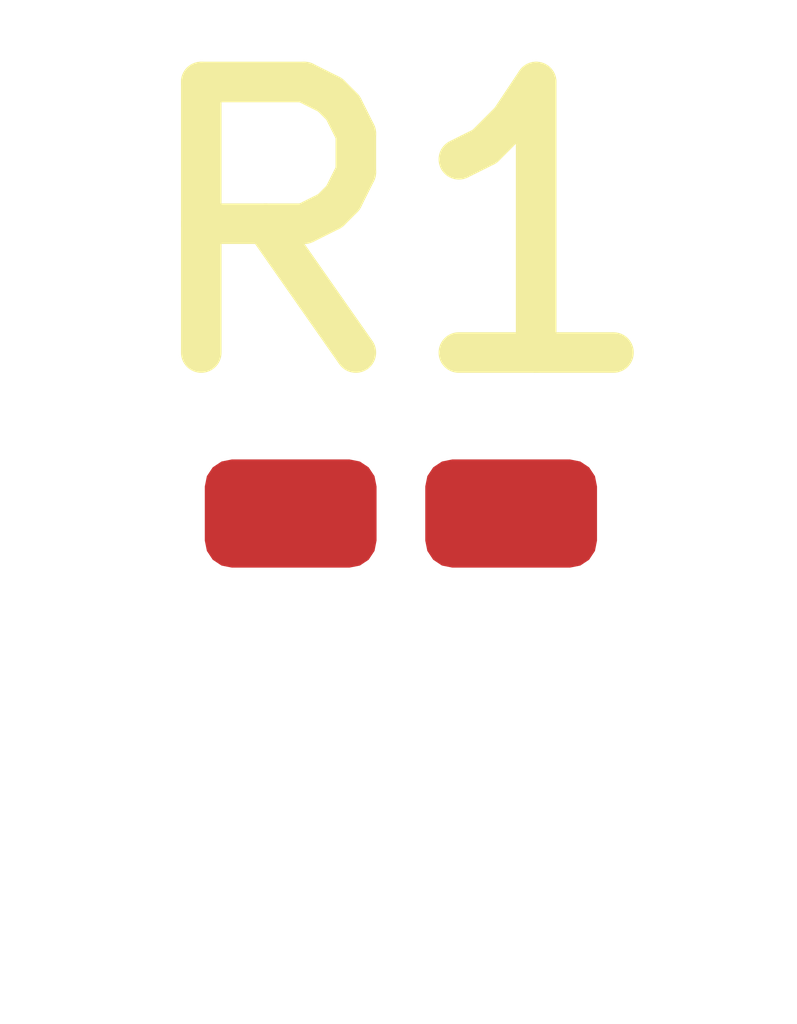
<source format=kicad_pcb>
(kicad_pcb (version 20211014) (generator pcbnew)
  (layers (0 "F.Cu" signal) (31 "B.Cu" signal) (34 "B.Paste" user) (35 "F.Paste" user) (36 "B.SilkS" user "B.Silkscreen") (37 "F.SilkS" user "F.Silkscreen") (38 "B.Mask" user) (39 "F.Mask" user) (44 "Edge.Cuts" user))
  (net 0 "")
  (net 1 "+3V3")
  (net 2 "/georgespearing")
  (footprint "Resistor_SMD:R_0201_0603Metric_Pad0.64x0.40mm_HandSolder" (layer "F.Cu") (at 78.74 73.66)
    (fp_text reference "R1" (at 0 -1.05) (layer "F.SilkS"))
    (fp_text value "10k")
    (pad "1" smd roundrect locked (at -0.4075 0) (size 0.635 0.4) (layers "F.Cu" "F.Mask") (net 1 "+3V3"))
    (pad "2" smd roundrect locked (at 0.4075 0) (size 0.635 0.4) (layers "F.Cu" "F.Mask") (net 2 "/georgespearing"))
  )
)
</source>
